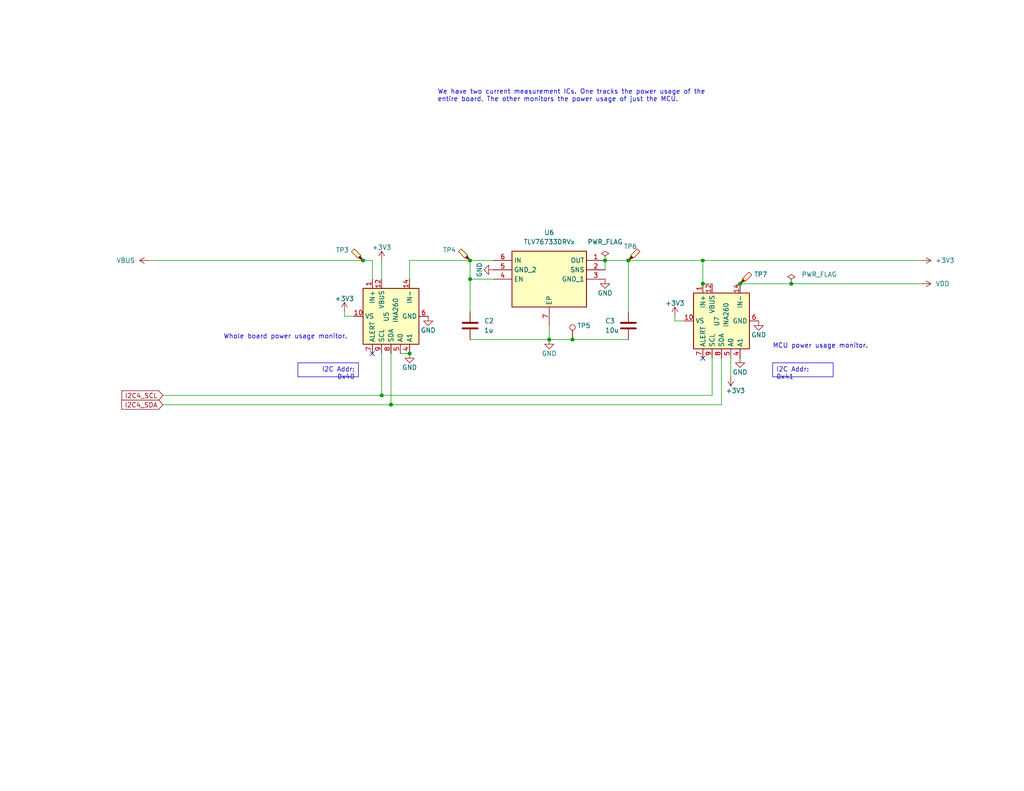
<source format=kicad_sch>
(kicad_sch (version 20230121) (generator eeschema)
  (paper "USLetter")
  (title_block (title "Feature Bringup Board") (date "2025-02-12") (rev "${PCB_VERSION}") (company "TVSC"))
  (lib_symbols
    (symbol "Connector:TestPoint_Probe" (pin_numbers hide) (pin_names (offset 0.762) hide)
      (property "Reference" "TP" (at 1.651 5.842 0))
      (property "Value" "TestPoint_Probe" (at 1.651 4.064 0))
      (symbol "TestPoint_Probe_0_1"
        (polyline (pts (xy 1.27 0.762) (xy 0 0) (xy 0.762 1.27) (xy 1.27 0.762)) (fill (type outline)))
        (polyline (pts (xy 1.397 0.635) (xy 0.635 1.397) (xy 2.413 3.175) (xy 3.175 2.413) (xy 1.397 0.635)) (fill (type background)))
      )
      (symbol "TestPoint_Probe_1_1"
        (pin passive line (at 0 0 90) (length 0) (name "1") (number "1"))
      )
    )
    (symbol "Device:C" (pin_numbers hide) (pin_names (offset 0.254))
      (property "Reference" "C" (at 0.635 2.54 0))
      (property "Value" "C" (at 0.635 -2.54 0))
      (symbol "C_0_1"
        (polyline (pts (xy -2.032 -0.762) (xy 2.032 -0.762)) (stroke (width 0.508)))
        (polyline (pts (xy -2.032 0.762) (xy 2.032 0.762)) (stroke (width 0.508)))
      )
      (symbol "C_1_1"
        (pin passive line (at 0 3.81 270) (length 2.794) (name "~") (number "1"))
        (pin passive line (at 0 -3.81 90) (length 2.794) (name "~") (number "2"))
      )
    )
    (symbol "Sensor:INA260"
      (property "Reference" "U" (at -6.35 8.89 0))
      (property "Value" "INA260" (at 2.54 8.89 0))
      (symbol "INA260_0_1"
        (rectangle (start -7.62 7.62) (end 7.62 -7.62) (stroke (width 0.254)) (fill (type background)))
      )
      (symbol "INA260_1_1"
        (pin passive line (at -10.16 5.08 0) (length 2.54) (name "IN+") (number "1"))
        (pin power_in line (at 0 10.16 270) (length 2.54) (name "VS") (number "10"))
        (pin passive line (at 0 -10.16 90) (length 2.54) hide (name "GND") (number "11"))
        (pin passive line (at -10.16 2.54 0) (length 2.54) (name "VBUS") (number "12"))
        (pin no_connect line (at 2.54 -7.62 90) (length 2.54) hide (name "NC") (number "13"))
        (pin passive line (at -10.16 -5.08 0) (length 2.54) (name "IN-") (number "14"))
        (pin passive line (at -10.16 -5.08 0) (length 2.54) hide (name "IN-") (number "15"))
        (pin passive line (at -10.16 -5.08 0) (length 2.54) hide (name "IN-") (number "16"))
        (pin passive line (at -10.16 5.08 0) (length 2.54) hide (name "IN+") (number "2"))
        (pin passive line (at -10.16 5.08 0) (length 2.54) hide (name "IN+") (number "3"))
        (pin input line (at 10.16 -5.08 180) (length 2.54) (name "A1") (number "4"))
        (pin input line (at 10.16 -2.54 180) (length 2.54) (name "A0") (number "5"))
        (pin power_in line (at 0 -10.16 90) (length 2.54) (name "GND") (number "6"))
        (pin open_collector line (at 10.16 5.08 180) (length 2.54) (name "ALERT") (number "7"))
        (pin bidirectional line (at 10.16 0 180) (length 2.54) (name "SDA") (number "8"))
        (pin input line (at 10.16 2.54 180) (length 2.54) (name "SCL") (number "9"))
      )
    )
    (symbol "TVSC:TLV76733DRVT"
      (property "Reference" "U" (at 26.67 7.62 0))
      (property "Value" "TLV76733DRVT" (at 26.67 5.08 0))
      (symbol "TLV76733DRVT_1_1"
        (rectangle (start 5.08 2.54) (end 25.4 -12.7) (stroke (width 0.254)) (fill (type background)))
        (pin passive line (at 0 0 0) (length 5.08) (name "OUT") (number "1"))
        (pin passive line (at 0 -2.54 0) (length 5.08) (name "SNS") (number "2"))
        (pin passive line (at 0 -5.08 0) (length 5.08) (name "GND_1") (number "3"))
        (pin passive line (at 30.48 -5.08 180) (length 5.08) (name "EN") (number "4"))
        (pin passive line (at 30.48 -2.54 180) (length 5.08) (name "GND_2") (number "5"))
        (pin passive line (at 30.48 0 180) (length 5.08) (name "IN") (number "6"))
        (pin passive line (at 15.24 -17.78 90) (length 5.08) (name "EP") (number "7"))
      )
    )
    (symbol "TVSC:TestPoint_Keystone_5001" (pin_numbers hide) (pin_names (offset 0.762) hide)
      (property "Reference" "TP" (at 0 6.858 0))
      (property "Value" "TestPoint" (at 0 5.08 0))
      (symbol "TestPoint_Keystone_5001_0_1"
        (circle (center 0 3.302) (radius 0.762))
      )
      (symbol "TestPoint_Keystone_5001_1_1"
        (pin passive line (at 0 0 90) (length 2.54) (name "1") (number "1"))
      )
    )
    (symbol "power:+3V3" (power) (pin_names (offset 0))
      (property "Value" "+3V3" (at 0 3.556 0))
      (symbol "+3V3_0_1"
        (polyline (pts (xy -0.762 1.27) (xy 0 2.54)))
        (polyline (pts (xy 0 0) (xy 0 2.54)))
        (polyline (pts (xy 0 2.54) (xy 0.762 1.27)))
      )
      (symbol "+3V3_1_1"
        (pin power_in line (at 0 0 90) (length 0) hide (name "+3V3") (number "1"))
      )
    )
    (symbol "power:GND" (power) (pin_names (offset 0))
      (property "Value" "GND" (at 0 -3.81 0))
      (symbol "GND_0_1"
        (polyline (pts (xy 0 0) (xy 0 -1.27) (xy 1.27 -1.27) (xy 0 -2.54) (xy -1.27 -1.27) (xy 0 -1.27)))
      )
      (symbol "GND_1_1"
        (pin power_in line (at 0 0 270) (length 0) hide (name "GND") (number "1"))
      )
    )
    (symbol "power:PWR_FLAG" (power) (pin_numbers hide) (pin_names (offset 0) hide)
      (property "Value" "PWR_FLAG" (at 0 3.81 0))
      (symbol "PWR_FLAG_0_0"
        (pin power_out line (at 0 0 90) (length 0) (name "pwr") (number "1"))
      )
      (symbol "PWR_FLAG_0_1"
        (polyline (pts (xy 0 0) (xy 0 1.27) (xy -1.016 1.905) (xy 0 2.54) (xy 1.016 1.905) (xy 0 1.27)))
      )
    )
    (symbol "power:VBUS" (power) (pin_names (offset 0))
      (property "Value" "VBUS" (at 0 3.81 0))
      (symbol "VBUS_0_1"
        (polyline (pts (xy -0.762 1.27) (xy 0 2.54)))
        (polyline (pts (xy 0 0) (xy 0 2.54)))
        (polyline (pts (xy 0 2.54) (xy 0.762 1.27)))
      )
      (symbol "VBUS_1_1"
        (pin power_in line (at 0 0 90) (length 0) hide (name "VBUS") (number "1"))
      )
    )
    (symbol "power:VDD" (power) (pin_names (offset 0))
      (property "Value" "VDD" (at 0 3.81 0))
      (symbol "VDD_0_1"
        (polyline (pts (xy -0.762 1.27) (xy 0 2.54)))
        (polyline (pts (xy 0 0) (xy 0 2.54)))
        (polyline (pts (xy 0 2.54) (xy 0.762 1.27)))
      )
      (symbol "VDD_1_1"
        (pin power_in line (at 0 0 90) (length 0) hide (name "VDD") (number "1"))
      )
    )
  )
  (junction (at 191.77 77.47))
  (junction (at 149.86 92.71))
  (junction (at 111.76 96.52))
  (junction (at 156.21 92.71))
  (junction (at 128.27 76.2))
  (junction (at 171.45 71.12))
  (junction (at 201.93 77.47))
  (junction (at 106.68 110.49))
  (junction (at 165.1 71.12))
  (junction (at 128.27 71.12))
  (junction (at 191.77 71.12))
  (junction (at 99.06 71.12))
  (junction (at 104.14 107.95))
  (junction (at 215.9 77.47))
  (no_connect (at 191.77 97.79))
  (no_connect (at 101.6 96.52))
  (wire (pts (xy 191.77 71.12) (xy 251.46 71.12)))
  (wire (pts (xy 128.27 92.71) (xy 149.86 92.71)))
  (wire (pts (xy 104.14 71.12) (xy 104.14 76.2)))
  (wire (pts (xy 128.27 76.2) (xy 128.27 85.09)))
  (wire (pts (xy 111.76 71.12) (xy 128.27 71.12)))
  (wire (pts (xy 201.93 77.47) (xy 215.9 77.47)))
  (wire (pts (xy 93.98 86.36) (xy 93.98 85.09)))
  (wire (pts (xy 186.69 87.63) (xy 184.15 87.63)))
  (wire (pts (xy 184.15 87.63) (xy 184.15 86.36)))
  (wire (pts (xy 111.76 76.2) (xy 111.76 71.12)))
  (wire (pts (xy 194.31 107.95) (xy 194.31 97.79)))
  (wire (pts (xy 128.27 76.2) (xy 134.62 76.2)))
  (wire (pts (xy 109.22 96.52) (xy 111.76 96.52)))
  (wire (pts (xy 171.45 71.12) (xy 191.77 71.12)))
  (wire (pts (xy 191.77 77.47) (xy 194.31 77.47)))
  (wire (pts (xy 251.46 77.47) (xy 215.9 77.47)))
  (wire (pts (xy 101.6 71.12) (xy 101.6 76.2)))
  (wire (pts (xy 156.21 92.71) (xy 171.45 92.71)))
  (wire (pts (xy 128.27 71.12) (xy 128.27 76.2)))
  (wire (pts (xy 191.77 71.12) (xy 191.77 77.47)))
  (wire (pts (xy 44.45 110.49) (xy 106.68 110.49)))
  (wire (pts (xy 104.14 107.95) (xy 194.31 107.95)))
  (wire (pts (xy 106.68 110.49) (xy 196.85 110.49)))
  (wire (pts (xy 165.1 71.12) (xy 165.1 73.66)))
  (wire (pts (xy 44.45 107.95) (xy 104.14 107.95)))
  (wire (pts (xy 96.52 86.36) (xy 93.98 86.36)))
  (wire (pts (xy 196.85 110.49) (xy 196.85 97.79)))
  (wire (pts (xy 99.06 71.12) (xy 101.6 71.12)))
  (wire (pts (xy 128.27 71.12) (xy 134.62 71.12)))
  (wire (pts (xy 171.45 71.12) (xy 165.1 71.12)))
  (wire (pts (xy 104.14 96.52) (xy 104.14 107.95)))
  (wire (pts (xy 40.64 71.12) (xy 99.06 71.12)))
  (wire (pts (xy 149.86 88.9) (xy 149.86 92.71)))
  (wire (pts (xy 171.45 71.12) (xy 171.45 85.09)))
  (wire (pts (xy 199.39 102.87) (xy 199.39 97.79)))
  (wire (pts (xy 149.86 92.71) (xy 156.21 92.71)))
  (wire (pts (xy 106.68 96.52) (xy 106.68 110.49)))
  (text_box "I2C Addr: 0x40" (at 81.28 99.06 0) (size 16.51 3.81) (effects (font (size 1.27 1.27)) (justify right top)))
  (text_box "I2C Addr: 0x41" (at 210.82 99.06 0) (size 16.51 3.81) (effects (font (size 1.27 1.27)) (justify left top)))
  (text "MCU power usage monitor." (at 210.82 95.25 0) (effects (font (size 1.27 1.27)) (justify left bottom)))
  (text "We have two current measurement ICs. One tracks the power usage of the \nentire board. The other monitors the power usage of just the MCU." (at 119.38 27.94 0) (effects (font (size 1.27 1.27)) (justify left bottom)))
  (text "Whole board power usage monitor." (at 60.96 92.71 0) (effects (font (size 1.27 1.27)) (justify left bottom)))
  (global_label "I2C4_SDA" (shape input) (at 44.45 110.49 180) (property "Intersheetrefs" "${INTERSHEET_REFS}" (effects hide)))
  (global_label "I2C4_SCL" (shape input) (at 44.45 107.95 180) (property "Intersheetrefs" "${INTERSHEET_REFS}" (effects hide)))
  (symbol (lib_id "power:PWR_FLAG") (at 215.9 77.47 0) (unit 1)
    (property "Reference" "#FLG03" (effects hide))
    (property "Value" "PWR_FLAG" (at 223.52 74.93 0))
  )
  (symbol (lib_id "power:+3V3") (at 199.39 102.87 0) (mirror x) (unit 1)
    (property "Reference" "#PWR074" (effects hide))
    (property "Value" "+3V3" (at 200.66 106.68 0))
  )
  (symbol (lib_id "power:VBUS") (at 40.64 71.12 90) (mirror x) (unit 1)
    (property "Reference" "#PWR027" (effects hide))
    (property "Value" "VBUS" (at 31.75 71.12 90) (effects (justify right)))
  )
  (symbol (lib_id "power:+3V3") (at 104.14 71.12 0) (mirror y) (unit 1)
    (property "Reference" "#PWR028" (effects hide))
    (property "Value" "+3V3" (at 104.14 67.564 0))
  )
  (symbol (lib_id "power:GND") (at 201.93 97.79 0) (mirror y) (unit 1)
    (property "Reference" "#PWR075" (effects hide))
    (property "Value" "GND" (at 201.93 101.6 0))
  )
  (symbol (lib_id "TVSC:TLV76733DRVT") (at 165.1 71.12 0) (mirror y) (unit 1)
    (property "Reference" "U6" (at 149.86 63.5 0))
    (property "Value" "TLV76733DRVx" (at 149.86 66.04 0))
    (property "Footprint" "footprints:SON65P200X200X80-7N" (effects hide))
    (property "Datasheet" "http://www.ti.com/lit/gpn/TLV767" (effects hide))
    (property "Active" "Y" (effects hide))
    (property "MPN" "C2867572" (effects hide))
    (property "Manufacturer" "Texas Instruments" (effects hide))
    (property "Manufacturer Part Number" "TLV76733DRVT" (effects hide))
  )
  (symbol (lib_id "power:+3V3") (at 184.15 86.36 0) (mirror y) (unit 1)
    (property "Reference" "#PWR034" (effects hide))
    (property "Value" "+3V3" (at 184.15 82.804 0))
  )
  (symbol (lib_id "power:GND") (at 116.84 86.36 0) (mirror y) (unit 1)
    (property "Reference" "#PWR031" (effects hide))
    (property "Value" "GND" (at 116.84 90.17 0))
  )
  (symbol (lib_id "Connector:TestPoint_Probe") (at 99.06 71.12 0) (mirror y) (unit 1)
    (property "Reference" "TP3" (at 95.25 68.2625 0) (effects (justify left)))
    (property "Value" "TestPoint_Probe" (effects hide))
    (property "Footprint" "footprints:TestPoint_Pad_D2.5mm" (effects hide))
    (property "MPN" "NA" (effects hide))
    (property "Active" "Y" (effects hide))
  )
  (symbol (lib_id "Connector:TestPoint_Probe") (at 201.93 77.47 0) (unit 1)
    (property "Reference" "TP7" (at 205.74 74.93 0) (effects (justify left)))
    (property "Value" "TestPoint_Probe" (effects hide))
    (property "Footprint" "footprints:TestPoint_Pad_D2.5mm" (effects hide))
    (property "MPN" "NA" (effects hide))
    (property "Active" "Y" (effects hide))
  )
  (symbol (lib_id "power:GND") (at 134.62 73.66 270) (mirror x) (unit 1)
    (property "Reference" "#PWR072" (effects hide))
    (property "Value" "GND" (at 130.81 73.66 0))
  )
  (symbol (lib_id "Sensor:INA260") (at 196.85 87.63 90) (mirror x) (unit 1)
    (property "Reference" "U7" (at 195.58 86.36 0) (effects (justify left)))
    (property "Value" "INA260" (at 198.12 82.55 0) (effects (justify left)))
    (property "Footprint" "Package_SO:TSSOP-16_4.4x5mm_P0.65mm" (effects hide))
    (property "Datasheet" "http://www.ti.com/lit/ds/symlink/ina260.pdf" (effects hide))
    (property "MPN" "C2155885" (effects hide))
    (property "Manufacturer" "Texas Instruments" (effects hide))
    (property "Manufacturer Part Number" "INA260" (effects hide))
    (property "Active" "Y" (effects hide))
  )
  (symbol (lib_id "power:+3V3") (at 251.46 71.12 270) (unit 1)
    (property "Reference" "#PWR030" (effects hide))
    (property "Value" "+3V3" (at 257.81 71.12 90))
  )
  (symbol (lib_id "Connector:TestPoint_Probe") (at 128.27 71.12 0) (mirror y) (unit 1)
    (property "Reference" "TP4" (at 124.46 68.2625 0) (effects (justify left)))
    (property "Value" "TestPoint_Probe" (effects hide))
    (property "Footprint" "footprints:TestPoint_Pad_D2.5mm" (effects hide))
    (property "MPN" "NA" (effects hide))
    (property "Active" "Y" (effects hide))
  )
  (symbol (lib_id "Device:C") (at 128.27 88.9 0) (unit 1)
    (property "Reference" "C2" (at 132.08 87.63 0) (effects (justify left)))
    (property "Value" "1u" (at 132.08 90.17 0) (effects (justify left)))
    (property "Footprint" "footprints:Nondescript_C_0603_1608Metric" (effects hide))
    (property "MPN" "C77046" (effects hide))
    (property "Manufacturer" "Murata Electronics" (effects hide))
    (property "Manufacturer Part Number" "GRM188R61E105KA12D" (effects hide))
    (property "Active" "Y" (effects hide))
    (property "Purpose" "Voltage regulator" (effects hide))
  )
  (symbol (lib_id "Sensor:INA260") (at 106.68 86.36 90) (mirror x) (unit 1)
    (property "Reference" "U5" (at 105.41 85.09 0) (effects (justify left)))
    (property "Value" "INA260" (at 107.95 81.28 0) (effects (justify left)))
    (property "Footprint" "Package_SO:TSSOP-16_4.4x5mm_P0.65mm" (effects hide))
    (property "Datasheet" "http://www.ti.com/lit/ds/symlink/ina260.pdf" (effects hide))
    (property "MPN" "C2155885" (effects hide))
    (property "Manufacturer" "Texas Instruments" (effects hide))
    (property "Manufacturer Part Number" "INA260" (effects hide))
    (property "Active" "Y" (effects hide))
  )
  (symbol (lib_id "Connector:TestPoint_Probe") (at 171.45 71.12 0) (unit 1)
    (property "Reference" "TP6" (at 170.18 67.31 0) (effects (justify left)))
    (property "Value" "TestPoint_Probe" (effects hide))
    (property "Footprint" "footprints:TestPoint_Pad_D2.5mm" (effects hide))
    (property "MPN" "NA" (effects hide))
    (property "Active" "Y" (effects hide))
  )
  (symbol (lib_id "power:VDD") (at 251.46 77.47 270) (unit 1)
    (property "Reference" "#PWR036" (effects hide))
    (property "Value" "VDD" (at 255.27 77.47 90) (effects (justify left)))
  )
  (symbol (lib_id "TVSC:TestPoint_Keystone_5001") (at 156.21 92.71 0) (unit 1)
    (property "Reference" "TP5" (at 157.48 88.9 0) (effects (justify left)))
    (property "Value" "TestPoint" (effects hide))
    (property "Footprint" "footprints:Keystone_5001" (effects hide))
    (property "Datasheet" "https://www.keyelco.com/product.cfm/product_id/1310" (effects hide))
    (property "Color" "Black" (effects hide))
    (property "Manufacturer" "Keystone" (effects hide))
    (property "Manufacturer Part Number" "5001" (effects hide))
    (property "MPN" "C238122" (effects hide))
    (property "Active" "Y" (effects hide))
  )
  (symbol (lib_id "power:GND") (at 165.1 76.2 0) (mirror y) (unit 1)
    (property "Reference" "#PWR071" (effects hide))
    (property "Value" "GND" (at 165.1 80.01 0))
  )
  (symbol (lib_id "Device:C") (at 171.45 88.9 0) (unit 1)
    (property "Reference" "C3" (at 165.1 87.63 0) (effects (justify left)))
    (property "Value" "10u" (at 165.1 90.17 0) (effects (justify left)))
    (property "Footprint" "footprints:Nondescript_C_0603_1608Metric" (effects hide))
    (property "Active" "Y" (effects hide))
    (property "Specs" "3.3V" (effects hide))
    (property "MPN" "C344022" (effects hide))
    (property "Manufacturer" "Murata Electronics" (effects hide))
    (property "Manufacturer Part Number" "GRM188R61E106KA73D" (effects hide))
    (property "Purpose" "Voltage regulator" (effects hide))
  )
  (symbol (lib_id "power:GND") (at 111.76 96.52 0) (mirror y) (unit 1)
    (property "Reference" "#PWR029" (effects hide))
    (property "Value" "GND" (at 111.76 100.33 0))
  )
  (symbol (lib_id "power:+3V3") (at 93.98 85.09 0) (mirror y) (unit 1)
    (property "Reference" "#PWR073" (effects hide))
    (property "Value" "+3V3" (at 93.98 81.534 0))
  )
  (symbol (lib_id "power:GND") (at 207.01 87.63 0) (mirror y) (unit 1)
    (property "Reference" "#PWR076" (effects hide))
    (property "Value" "GND" (at 207.01 91.44 0))
  )
  (symbol (lib_id "power:GND") (at 149.86 92.71 0) (unit 1)
    (property "Reference" "#PWR032" (effects hide))
    (property "Value" "GND" (at 149.86 96.52 0))
  )
  (symbol (lib_id "power:PWR_FLAG") (at 165.1 71.12 0) (unit 1)
    (property "Reference" "#FLG04" (effects hide))
    (property "Value" "PWR_FLAG" (at 165.1 66.04 0))
  )
)
</source>
